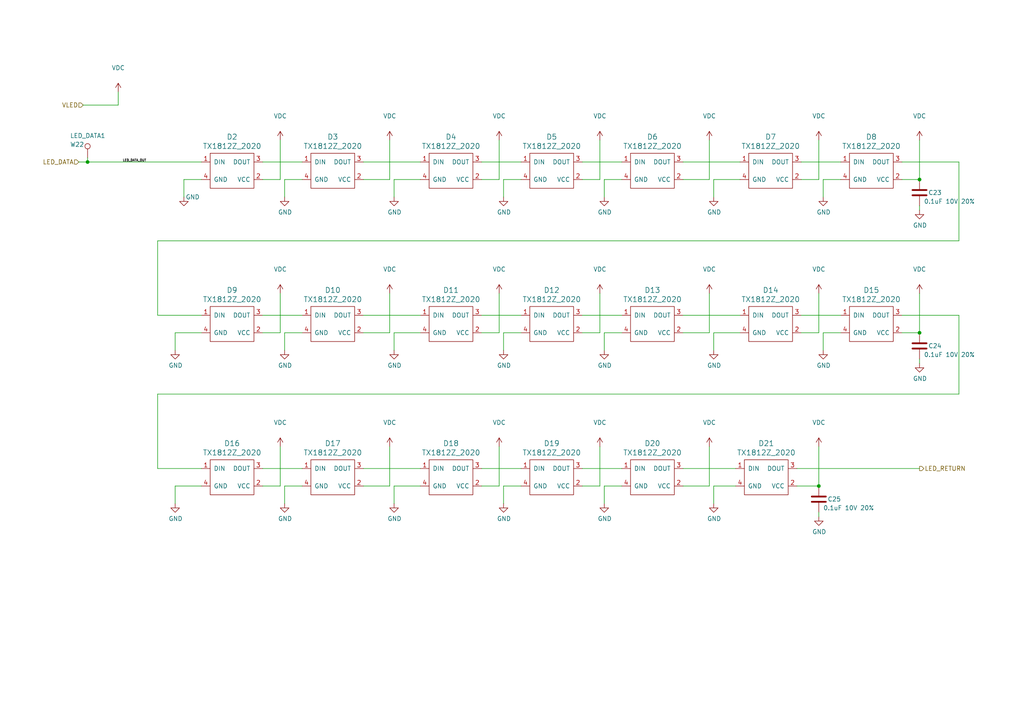
<source format=kicad_sch>
(kicad_sch (version 20231120) (generator "eeschema") (generator_version "8.0")
  (paper "A4")
  (title_block (title "Pixels D20 Schematic, Main") (date "2022-08-26") (rev "13") (company "Systemic Games, LLC") (comment 1 "LED Chain"))
  (lib_symbols
    (symbol "Device:C" (pin_numbers hide) (pin_names (offset 0.254))
      (property "Reference" "C" (at 0.635 2.54 0))
      (property "Value" "C" (at 0.635 -2.54 0))
      (symbol "C_0_1"
        (polyline (pts (xy -2.032 -0.762) (xy 2.032 -0.762)) (stroke (width 0.508)))
        (polyline (pts (xy -2.032 0.762) (xy 2.032 0.762)) (stroke (width 0.508)))
      )
      (symbol "C_1_1"
        (pin passive line (at 0 3.81 270) (length 2.794) (name "~") (number "1"))
        (pin passive line (at 0 -3.81 90) (length 2.794) (name "~") (number "2"))
      )
    )
    (symbol "Pixels-dice:TEST_1P-conn" (pin_numbers hide) (pin_names (offset 0.762) hide)
      (property "Reference" "W" (at 0 6.858 0))
      (property "Value" "TEST_1P-conn" (at 0 5.08 0))
      (symbol "TEST_1P-conn_0_1"
        (circle (center 0 3.302) (radius 0.762))
      )
      (symbol "TEST_1P-conn_1_1"
        (pin passive line (at 0 0 90) (length 2.54) (name "1") (number "1"))
      )
    )
    (symbol "Pixels-dice:TX1812Z_2020" (pin_names (offset 1.016))
      (property "Reference" "D" (at 0 -6.35 0))
      (property "Value" "TX1812Z_2020" (at 0 6.35 0))
      (symbol "TX1812Z_2020_0_1"
        (rectangle (start -6.35 5.08) (end 6.35 -5.08))
      )
      (symbol "TX1812Z_2020_1_1"
        (pin input line (at -8.89 2.54 0) (length 2.54) (name "DIN") (number "1"))
        (pin power_in line (at 8.89 -2.54 180) (length 2.54) (name "VCC") (number "2"))
        (pin output line (at 8.89 2.54 180) (length 2.54) (name "DOUT") (number "3"))
        (pin power_in line (at -8.89 -2.54 0) (length 2.54) (name "GND") (number "4"))
      )
    )
    (symbol "power:GND" (power) (pin_names (offset 0))
      (property "Value" "GND" (at 0 -3.81 0))
      (symbol "GND_0_1"
        (polyline (pts (xy 0 0) (xy 0 -1.27) (xy 1.27 -1.27) (xy 0 -2.54) (xy -1.27 -1.27) (xy 0 -1.27)))
      )
      (symbol "GND_1_1"
        (pin power_in line (at 0 0 270) (length 0) hide (name "GND") (number "1"))
      )
    )
    (symbol "power:VDC" (power) (pin_names (offset 0))
      (property "Value" "VDC" (at 0 6.35 0))
      (symbol "VDC_0_1"
        (polyline (pts (xy -0.762 1.27) (xy 0 2.54)))
        (polyline (pts (xy 0 0) (xy 0 2.54)))
        (polyline (pts (xy 0 2.54) (xy 0.762 1.27)))
      )
      (symbol "VDC_1_1"
        (pin power_in line (at 0 0 90) (length 0) hide (name "VDC") (number "1"))
      )
    )
  )
  (junction (at 25.4 46.99))
  (junction (at 266.7 96.52))
  (junction (at 237.49 140.97))
  (junction (at 266.7 52.07))
  (wire (pts (xy 76.2 135.89) (xy 87.63 135.89)))
  (wire (pts (xy 76.2 91.44) (xy 87.63 91.44)))
  (wire (pts (xy 105.41 52.07) (xy 113.03 52.07)))
  (wire (pts (xy 278.13 69.85) (xy 45.72 69.85)))
  (wire (pts (xy 53.34 52.07) (xy 53.34 57.15)))
  (wire (pts (xy 207.01 52.07) (xy 207.01 57.15)))
  (wire (pts (xy 231.14 135.89) (xy 266.7 135.89)))
  (wire (pts (xy 278.13 46.99) (xy 278.13 69.85)))
  (wire (pts (xy 81.28 85.09) (xy 81.28 96.52)))
  (wire (pts (xy 175.26 52.07) (xy 175.26 57.15)))
  (wire (pts (xy 261.62 96.52) (xy 266.7 96.52)))
  (wire (pts (xy 266.7 59.69) (xy 266.7 60.96)))
  (wire (pts (xy 114.3 140.97) (xy 114.3 146.05)))
  (wire (pts (xy 205.74 40.64) (xy 205.74 52.07)))
  (wire (pts (xy 238.76 57.15) (xy 238.76 52.07)))
  (wire (pts (xy 266.7 85.09) (xy 266.7 96.52)))
  (wire (pts (xy 175.26 96.52) (xy 175.26 101.6)))
  (wire (pts (xy 168.91 52.07) (xy 173.99 52.07)))
  (wire (pts (xy 232.41 52.07) (xy 237.49 52.07)))
  (wire (pts (xy 278.13 91.44) (xy 278.13 114.3)))
  (wire (pts (xy 114.3 52.07) (xy 114.3 57.15)))
  (wire (pts (xy 173.99 129.54) (xy 173.99 140.97)))
  (wire (pts (xy 175.26 96.52) (xy 180.34 96.52)))
  (wire (pts (xy 81.28 129.54) (xy 81.28 140.97)))
  (wire (pts (xy 76.2 140.97) (xy 81.28 140.97)))
  (wire (pts (xy 237.49 148.59) (xy 237.49 149.86)))
  (wire (pts (xy 146.05 140.97) (xy 151.13 140.97)))
  (wire (pts (xy 198.12 52.07) (xy 205.74 52.07)))
  (wire (pts (xy 266.7 104.14) (xy 266.7 105.41)))
  (wire (pts (xy 207.01 140.97) (xy 207.01 146.05)))
  (wire (pts (xy 114.3 96.52) (xy 121.92 96.52)))
  (wire (pts (xy 139.7 135.89) (xy 151.13 135.89)))
  (wire (pts (xy 232.41 91.44) (xy 243.84 91.44)))
  (wire (pts (xy 25.4 45.72) (xy 25.4 46.99)))
  (wire (pts (xy 146.05 96.52) (xy 151.13 96.52)))
  (wire (pts (xy 105.41 140.97) (xy 113.03 140.97)))
  (wire (pts (xy 168.91 91.44) (xy 180.34 91.44)))
  (wire (pts (xy 76.2 46.99) (xy 87.63 46.99)))
  (wire (pts (xy 207.01 96.52) (xy 214.63 96.52)))
  (wire (pts (xy 232.41 46.99) (xy 243.84 46.99)))
  (wire (pts (xy 205.74 129.54) (xy 205.74 140.97)))
  (wire (pts (xy 113.03 129.54) (xy 113.03 140.97)))
  (wire (pts (xy 237.49 129.54) (xy 237.49 140.97)))
  (wire (pts (xy 50.8 96.52) (xy 58.42 96.52)))
  (wire (pts (xy 82.55 146.05) (xy 82.55 140.97)))
  (wire (pts (xy 53.34 52.07) (xy 58.42 52.07)))
  (wire (pts (xy 45.72 69.85) (xy 45.72 91.44)))
  (wire (pts (xy 237.49 85.09) (xy 237.49 96.52)))
  (wire (pts (xy 232.41 96.52) (xy 237.49 96.52)))
  (wire (pts (xy 198.12 91.44) (xy 214.63 91.44)))
  (wire (pts (xy 207.01 140.97) (xy 213.36 140.97)))
  (wire (pts (xy 34.29 30.48) (xy 34.29 26.67)))
  (wire (pts (xy 114.3 140.97) (xy 121.92 140.97)))
  (wire (pts (xy 45.72 114.3) (xy 45.72 135.89)))
  (wire (pts (xy 105.41 91.44) (xy 121.92 91.44)))
  (wire (pts (xy 198.12 46.99) (xy 214.63 46.99)))
  (wire (pts (xy 139.7 96.52) (xy 144.78 96.52)))
  (wire (pts (xy 50.8 140.97) (xy 50.8 146.05)))
  (wire (pts (xy 139.7 52.07) (xy 144.78 52.07)))
  (wire (pts (xy 266.7 40.64) (xy 266.7 52.07)))
  (wire (pts (xy 198.12 135.89) (xy 213.36 135.89)))
  (wire (pts (xy 82.55 140.97) (xy 87.63 140.97)))
  (wire (pts (xy 114.3 96.52) (xy 114.3 101.6)))
  (wire (pts (xy 25.4 46.99) (xy 58.42 46.99)))
  (wire (pts (xy 105.41 96.52) (xy 113.03 96.52)))
  (wire (pts (xy 231.14 140.97) (xy 237.49 140.97)))
  (wire (pts (xy 146.05 57.15) (xy 146.05 52.07)))
  (wire (pts (xy 168.91 96.52) (xy 173.99 96.52)))
  (wire (pts (xy 113.03 40.64) (xy 113.03 52.07)))
  (wire (pts (xy 144.78 40.64) (xy 144.78 52.07)))
  (wire (pts (xy 261.62 52.07) (xy 266.7 52.07)))
  (wire (pts (xy 139.7 46.99) (xy 151.13 46.99)))
  (wire (pts (xy 82.55 52.07) (xy 87.63 52.07)))
  (wire (pts (xy 175.26 140.97) (xy 175.26 146.05)))
  (wire (pts (xy 207.01 96.52) (xy 207.01 101.6)))
  (wire (pts (xy 238.76 96.52) (xy 243.84 96.52)))
  (wire (pts (xy 105.41 46.99) (xy 121.92 46.99)))
  (wire (pts (xy 261.62 91.44) (xy 278.13 91.44)))
  (wire (pts (xy 105.41 135.89) (xy 121.92 135.89)))
  (wire (pts (xy 205.74 85.09) (xy 205.74 96.52)))
  (wire (pts (xy 114.3 52.07) (xy 121.92 52.07)))
  (wire (pts (xy 50.8 140.97) (xy 58.42 140.97)))
  (wire (pts (xy 238.76 101.6) (xy 238.76 96.52)))
  (wire (pts (xy 139.7 91.44) (xy 151.13 91.44)))
  (wire (pts (xy 45.72 91.44) (xy 58.42 91.44)))
  (wire (pts (xy 175.26 52.07) (xy 180.34 52.07)))
  (wire (pts (xy 146.05 52.07) (xy 151.13 52.07)))
  (wire (pts (xy 173.99 85.09) (xy 173.99 96.52)))
  (wire (pts (xy 168.91 46.99) (xy 180.34 46.99)))
  (wire (pts (xy 22.86 46.99) (xy 25.4 46.99)))
  (wire (pts (xy 76.2 52.07) (xy 81.28 52.07)))
  (wire (pts (xy 237.49 40.64) (xy 237.49 52.07)))
  (wire (pts (xy 113.03 85.09) (xy 113.03 96.52)))
  (wire (pts (xy 173.99 40.64) (xy 173.99 52.07)))
  (wire (pts (xy 261.62 46.99) (xy 278.13 46.99)))
  (wire (pts (xy 45.72 135.89) (xy 58.42 135.89)))
  (wire (pts (xy 198.12 96.52) (xy 205.74 96.52)))
  (wire (pts (xy 81.28 40.64) (xy 81.28 52.07)))
  (wire (pts (xy 82.55 101.6) (xy 82.55 96.52)))
  (wire (pts (xy 207.01 52.07) (xy 214.63 52.07)))
  (wire (pts (xy 146.05 101.6) (xy 146.05 96.52)))
  (wire (pts (xy 24.13 30.48) (xy 34.29 30.48)))
  (wire (pts (xy 175.26 140.97) (xy 180.34 140.97)))
  (wire (pts (xy 168.91 135.89) (xy 180.34 135.89)))
  (wire (pts (xy 146.05 146.05) (xy 146.05 140.97)))
  (wire (pts (xy 82.55 57.15) (xy 82.55 52.07)))
  (wire (pts (xy 82.55 96.52) (xy 87.63 96.52)))
  (wire (pts (xy 168.91 140.97) (xy 173.99 140.97)))
  (wire (pts (xy 144.78 129.54) (xy 144.78 140.97)))
  (wire (pts (xy 139.7 140.97) (xy 144.78 140.97)))
  (wire (pts (xy 238.76 52.07) (xy 243.84 52.07)))
  (wire (pts (xy 198.12 140.97) (xy 205.74 140.97)))
  (wire (pts (xy 76.2 96.52) (xy 81.28 96.52)))
  (wire (pts (xy 50.8 96.52) (xy 50.8 101.6)))
  (wire (pts (xy 144.78 85.09) (xy 144.78 96.52)))
  (wire (pts (xy 278.13 114.3) (xy 45.72 114.3)))
  (label "LED_DATA_OUT" (at 35.56 46.99 0) (effects (font (size 0.635 0.635))))
  (hierarchical_label "LED_DATA" (shape input) (at 22.86 46.99 180))
  (hierarchical_label "VLED" (shape input) (at 24.13 30.48 180))
  (hierarchical_label "LED_RETURN" (shape output) (at 266.7 135.89 0))
  (symbol (lib_id "Pixels-dice:TEST_1P-conn") (at 25.4 45.72 0) (unit 1) (in_bom no)
    (property "Reference" "W22" (at 20.32 41.91 0) (effects (justify left)))
    (property "Value" "LED_DATA1" (at 20.32 39.37 0) (effects (justify left)))
    (property "Footprint" "Pixels-dice:TEST_PIN" (effects (hide yes)))
    (property "Generic OK" "N/A" (effects (hide yes)))
  )
  (symbol (lib_id "power:VDC") (at 34.29 26.67 0) (unit 1)
    (property "Reference" "#PWR0102" (effects (hide yes)))
    (property "Value" "VDC" (at 34.29 19.685 0))
  )
  (symbol (lib_id "power:VDC") (at 81.28 40.64 0) (unit 1)
    (property "Reference" "#PWR0103" (effects (hide yes)))
    (property "Value" "VDC" (at 81.28 33.655 0))
  )
  (symbol (lib_id "power:VDC") (at 113.03 40.64 0) (unit 1)
    (property "Reference" "#PWR0104" (effects (hide yes)))
    (property "Value" "VDC" (at 113.03 33.655 0))
  )
  (symbol (lib_id "power:GND") (at 53.34 57.15 0) (unit 1)
    (property "Reference" "#PWR0105" (effects (hide yes)))
    (property "Value" "GND" (at 55.88 57.15 0))
  )
  (symbol (lib_id "power:GND") (at 82.55 57.15 0) (unit 1)
    (property "Reference" "#PWR0106" (effects (hide yes)))
    (property "Value" "GND" (at 82.677 61.5442 0))
  )
  (symbol (lib_id "power:VDC") (at 144.78 40.64 0) (unit 1)
    (property "Reference" "#PWR0107" (effects (hide yes)))
    (property "Value" "VDC" (at 144.78 33.655 0))
  )
  (symbol (lib_id "power:VDC") (at 173.99 40.64 0) (unit 1)
    (property "Reference" "#PWR0108" (effects (hide yes)))
    (property "Value" "VDC" (at 173.99 33.655 0))
  )
  (symbol (lib_id "power:GND") (at 114.3 57.15 0) (unit 1)
    (property "Reference" "#PWR0109" (effects (hide yes)))
    (property "Value" "GND" (at 114.427 61.5442 0))
  )
  (symbol (lib_id "power:GND") (at 146.05 57.15 0) (unit 1)
    (property "Reference" "#PWR0110" (effects (hide yes)))
    (property "Value" "GND" (at 146.177 61.5442 0))
  )
  (symbol (lib_id "power:VDC") (at 205.74 40.64 0) (unit 1)
    (property "Reference" "#PWR0111" (effects (hide yes)))
    (property "Value" "VDC" (at 205.74 33.655 0))
  )
  (symbol (lib_id "power:VDC") (at 237.49 40.64 0) (unit 1)
    (property "Reference" "#PWR0112" (effects (hide yes)))
    (property "Value" "VDC" (at 237.49 33.655 0))
  )
  (symbol (lib_id "power:VDC") (at 266.7 40.64 0) (unit 1)
    (property "Reference" "#PWR0113" (effects (hide yes)))
    (property "Value" "VDC" (at 266.7 33.655 0))
  )
  (symbol (lib_id "power:GND") (at 207.01 57.15 0) (unit 1)
    (property "Reference" "#PWR0114" (effects (hide yes)))
    (property "Value" "GND" (at 207.137 61.5442 0))
  )
  (symbol (lib_id "power:GND") (at 238.76 57.15 0) (unit 1)
    (property "Reference" "#PWR0115" (effects (hide yes)))
    (property "Value" "GND" (at 238.887 61.5442 0))
  )
  (symbol (lib_id "power:GND") (at 175.26 57.15 0) (unit 1)
    (property "Reference" "#PWR0116" (effects (hide yes)))
    (property "Value" "GND" (at 175.387 61.5442 0))
  )
  (symbol (lib_id "power:VDC") (at 81.28 85.09 0) (unit 1)
    (property "Reference" "#PWR0117" (effects (hide yes)))
    (property "Value" "VDC" (at 81.28 78.105 0))
  )
  (symbol (lib_id "power:VDC") (at 113.03 85.09 0) (unit 1)
    (property "Reference" "#PWR0118" (effects (hide yes)))
    (property "Value" "VDC" (at 113.03 78.105 0))
  )
  (symbol (lib_id "power:GND") (at 50.8 101.6 0) (unit 1)
    (property "Reference" "#PWR0119" (effects (hide yes)))
    (property "Value" "GND" (at 50.927 105.9942 0))
  )
  (symbol (lib_id "power:GND") (at 82.55 101.6 0) (unit 1)
    (property "Reference" "#PWR0120" (effects (hide yes)))
    (property "Value" "GND" (at 82.677 105.9942 0))
  )
  (symbol (lib_id "power:VDC") (at 144.78 85.09 0) (unit 1)
    (property "Reference" "#PWR019" (effects (hide yes)))
    (property "Value" "VDC" (at 144.78 78.105 0))
  )
  (symbol (lib_id "power:VDC") (at 173.99 85.09 0) (unit 1)
    (property "Reference" "#PWR0121" (effects (hide yes)))
    (property "Value" "VDC" (at 173.99 78.105 0))
  )
  (symbol (lib_id "power:GND") (at 114.3 101.6 0) (unit 1)
    (property "Reference" "#PWR0122" (effects (hide yes)))
    (property "Value" "GND" (at 114.427 105.9942 0))
  )
  (symbol (lib_id "power:GND") (at 146.05 101.6 0) (unit 1)
    (property "Reference" "#PWR0123" (effects (hide yes)))
    (property "Value" "GND" (at 146.177 105.9942 0))
  )
  (symbol (lib_id "power:VDC") (at 205.74 85.09 0) (unit 1)
    (property "Reference" "#PWR0124" (effects (hide yes)))
    (property "Value" "VDC" (at 205.74 78.105 0))
  )
  (symbol (lib_id "power:VDC") (at 237.49 85.09 0) (unit 1)
    (property "Reference" "#PWR0125" (effects (hide yes)))
    (property "Value" "VDC" (at 237.49 78.105 0))
  )
  (symbol (lib_id "power:VDC") (at 266.7 85.09 0) (unit 1)
    (property "Reference" "#PWR0126" (effects (hide yes)))
    (property "Value" "VDC" (at 266.7 78.105 0))
  )
  (symbol (lib_id "power:GND") (at 207.01 101.6 0) (unit 1)
    (property "Reference" "#PWR0127" (effects (hide yes)))
    (property "Value" "GND" (at 207.137 105.9942 0))
  )
  (symbol (lib_id "power:GND") (at 238.76 101.6 0) (unit 1)
    (property "Reference" "#PWR0128" (effects (hide yes)))
    (property "Value" "GND" (at 238.887 105.9942 0))
  )
  (symbol (lib_id "power:GND") (at 175.26 101.6 0) (unit 1)
    (property "Reference" "#PWR0129" (effects (hide yes)))
    (property "Value" "GND" (at 175.387 105.9942 0))
  )
  (symbol (lib_id "power:VDC") (at 81.28 129.54 0) (unit 1)
    (property "Reference" "#PWR0130" (effects (hide yes)))
    (property "Value" "VDC" (at 81.28 122.555 0))
  )
  (symbol (lib_id "power:VDC") (at 113.03 129.54 0) (unit 1)
    (property "Reference" "#PWR0131" (effects (hide yes)))
    (property "Value" "VDC" (at 113.03 122.555 0))
  )
  (symbol (lib_id "power:GND") (at 50.8 146.05 0) (unit 1)
    (property "Reference" "#PWR0132" (effects (hide yes)))
    (property "Value" "GND" (at 50.927 150.4442 0))
  )
  (symbol (lib_id "power:GND") (at 82.55 146.05 0) (unit 1)
    (property "Reference" "#PWR0133" (effects (hide yes)))
    (property "Value" "GND" (at 82.677 150.4442 0))
  )
  (symbol (lib_id "power:VDC") (at 144.78 129.54 0) (unit 1)
    (property "Reference" "#PWR0134" (effects (hide yes)))
    (property "Value" "VDC" (at 144.78 122.555 0))
  )
  (symbol (lib_id "power:VDC") (at 173.99 129.54 0) (unit 1)
    (property "Reference" "#PWR0135" (effects (hide yes)))
    (property "Value" "VDC" (at 173.99 122.555 0))
  )
  (symbol (lib_id "power:GND") (at 114.3 146.05 0) (unit 1)
    (property "Reference" "#PWR0136" (effects (hide yes)))
    (property "Value" "GND" (at 114.427 150.4442 0))
  )
  (symbol (lib_id "power:GND") (at 146.05 146.05 0) (unit 1)
    (property "Reference" "#PWR0137" (effects (hide yes)))
    (property "Value" "GND" (at 146.177 150.4442 0))
  )
  (symbol (lib_id "power:VDC") (at 205.74 129.54 0) (unit 1)
    (property "Reference" "#PWR0138" (effects (hide yes)))
    (property "Value" "VDC" (at 205.74 122.555 0))
  )
  (symbol (lib_id "power:VDC") (at 237.49 129.54 0) (unit 1)
    (property "Reference" "#PWR0139" (effects (hide yes)))
    (property "Value" "VDC" (at 237.49 122.555 0))
  )
  (symbol (lib_id "power:GND") (at 207.01 146.05 0) (unit 1)
    (property "Reference" "#PWR043" (effects (hide yes)))
    (property "Value" "GND" (at 207.137 150.4442 0))
  )
  (symbol (lib_id "power:GND") (at 175.26 146.05 0) (unit 1)
    (property "Reference" "#PWR042" (effects (hide yes)))
    (property "Value" "GND" (at 175.387 150.4442 0))
  )
  (symbol (lib_id "Device:C") (at 266.7 55.88 0) (unit 1)
    (property "Reference" "C23" (at 269.24 55.88 0) (effects (justify left)))
    (property "Value" "0.1uF 10V 20%" (at 267.97 58.42 0) (effects (justify left)))
    (property "Footprint" "Pixels-dice:C_0402_1005Metric" (effects (hide yes)))
    (property "Generic OK" "YES" (effects (hide yes)))
    (property "Pixels Part Number" "SMD-C005" (effects (hide yes)))
    (property "Manufacturer" "Murata" (effects (hide yes)))
    (property "Manufacturer Part Number" "GRM155R61H104KE19D" (effects (hide yes)))
  )
  (symbol (lib_id "power:GND") (at 266.7 60.96 0) (unit 1)
    (property "Reference" "#PWR0140" (effects (hide yes)))
    (property "Value" "GND" (at 266.827 65.3542 0))
  )
  (symbol (lib_id "Device:C") (at 266.7 100.33 0) (unit 1)
    (property "Reference" "C24" (at 269.24 100.33 0) (effects (justify left)))
    (property "Value" "0.1uF 10V 20%" (at 267.97 102.87 0) (effects (justify left)))
    (property "Footprint" "Pixels-dice:C_0402_1005Metric" (effects (hide yes)))
    (property "Generic OK" "YES" (effects (hide yes)))
    (property "Pixels Part Number" "SMD-C005" (effects (hide yes)))
    (property "Manufacturer" "Murata" (effects (hide yes)))
    (property "Manufacturer Part Number" "GRM155R61H104KE19D" (effects (hide yes)))
  )
  (symbol (lib_id "power:GND") (at 266.7 105.41 0) (unit 1)
    (property "Reference" "#PWR0141" (effects (hide yes)))
    (property "Value" "GND" (at 266.827 109.8042 0))
  )
  (symbol (lib_id "Device:C") (at 237.49 144.78 0) (unit 1)
    (property "Reference" "C25" (at 240.03 144.78 0) (effects (justify left)))
    (property "Value" "0.1uF 10V 20%" (at 238.76 147.32 0) (effects (justify left)))
    (property "Footprint" "Pixels-dice:C_0402_1005Metric" (effects (hide yes)))
    (property "Generic OK" "YES" (effects (hide yes)))
    (property "Pixels Part Number" "SMD-C005" (effects (hide yes)))
    (property "Manufacturer" "Murata" (effects (hide yes)))
    (property "Manufacturer Part Number" "GRM155R61H104KE19D" (effects (hide yes)))
  )
  (symbol (lib_id "power:GND") (at 237.49 149.86 0) (unit 1)
    (property "Reference" "#PWR044" (effects (hide yes)))
    (property "Value" "GND" (at 237.617 154.2542 0))
  )
  (symbol (lib_id "Pixels-dice:TX1812Z_2020") (at 67.31 49.53 0) (unit 1)
    (property "Reference" "D2" (at 67.31 39.7002 0) (effects (font (size 1.524 1.524))))
    (property "Value" "TX1812Z_2020" (at 67.31 42.3926 0) (effects (font (size 1.524 1.524))))
    (property "Footprint" "Pixels-dice:TX1812Z_2020" (effects (hide yes)))
    (property "Manufacturer" "TCWIN" (effects (hide yes)))
    (property "Manufacturer Part Number" "TX1812Z 2020" (effects (hide yes)))
    (property "Pixels Part Number" "SMD-D002-ALT2" (effects (hide yes)))
    (property "Generic OK" "NO" (effects (hide yes)))
  )
  (symbol (lib_id "Pixels-dice:TX1812Z_2020") (at 96.52 49.53 0) (unit 1)
    (property "Reference" "D3" (at 96.52 39.7002 0) (effects (font (size 1.524 1.524))))
    (property "Value" "TX1812Z_2020" (at 96.52 42.3926 0) (effects (font (size 1.524 1.524))))
    (property "Footprint" "Pixels-dice:TX1812Z_2020" (effects (hide yes)))
    (property "Manufacturer" "TCWIN" (effects (hide yes)))
    (property "Manufacturer Part Number" "TX1812Z 2020" (effects (hide yes)))
    (property "Pixels Part Number" "SMD-D002-ALT2" (effects (hide yes)))
    (property "Generic OK" "NO" (effects (hide yes)))
  )
  (symbol (lib_id "Pixels-dice:TX1812Z_2020") (at 130.81 49.53 0) (unit 1)
    (property "Reference" "D4" (at 130.81 39.7002 0) (effects (font (size 1.524 1.524))))
    (property "Value" "TX1812Z_2020" (at 130.81 42.3926 0) (effects (font (size 1.524 1.524))))
    (property "Footprint" "Pixels-dice:TX1812Z_2020" (effects (hide yes)))
    (property "Manufacturer" "TCWIN" (effects (hide yes)))
    (property "Manufacturer Part Number" "TX1812Z 2020" (effects (hide yes)))
    (property "Pixels Part Number" "SMD-D002-ALT2" (effects (hide yes)))
    (property "Generic OK" "NO" (effects (hide yes)))
  )
  (symbol (lib_id "Pixels-dice:TX1812Z_2020") (at 160.02 49.53 0) (unit 1)
    (property "Reference" "D5" (at 160.02 39.7002 0) (effects (font (size 1.524 1.524))))
    (property "Value" "TX1812Z_2020" (at 160.02 42.3926 0) (effects (font (size 1.524 1.524))))
    (property "Footprint" "Pixels-dice:TX1812Z_2020" (effects (hide yes)))
    (property "Manufacturer" "TCWIN" (effects (hide yes)))
    (property "Manufacturer Part Number" "TX1812Z 2020" (effects (hide yes)))
    (property "Pixels Part Number" "SMD-D002-ALT2" (effects (hide yes)))
    (property "Generic OK" "NO" (effects (hide yes)))
  )
  (symbol (lib_id "Pixels-dice:TX1812Z_2020") (at 189.23 49.53 0) (unit 1)
    (property "Reference" "D6" (at 189.23 39.7002 0) (effects (font (size 1.524 1.524))))
    (property "Value" "TX1812Z_2020" (at 189.23 42.3926 0) (effects (font (size 1.524 1.524))))
    (property "Footprint" "Pixels-dice:TX1812Z_2020" (effects (hide yes)))
    (property "Manufacturer" "TCWIN" (effects (hide yes)))
    (property "Manufacturer Part Number" "TX1812Z 2020" (effects (hide yes)))
    (property "Pixels Part Number" "SMD-D002-ALT2" (effects (hide yes)))
    (property "Generic OK" "NO" (effects (hide yes)))
  )
  (symbol (lib_id "Pixels-dice:TX1812Z_2020") (at 223.52 49.53 0) (unit 1)
    (property "Reference" "D7" (at 223.52 39.7002 0) (effects (font (size 1.524 1.524))))
    (property "Value" "TX1812Z_2020" (at 223.52 42.3926 0) (effects (font (size 1.524 1.524))))
    (property "Footprint" "Pixels-dice:TX1812Z_2020" (effects (hide yes)))
    (property "Manufacturer" "TCWIN" (effects (hide yes)))
    (property "Manufacturer Part Number" "TX1812Z 2020" (effects (hide yes)))
    (property "Pixels Part Number" "SMD-D002-ALT2" (effects (hide yes)))
    (property "Generic OK" "NO" (effects (hide yes)))
  )
  (symbol (lib_id "Pixels-dice:TX1812Z_2020") (at 252.73 49.53 0) (unit 1)
    (property "Reference" "D8" (at 252.73 39.7002 0) (effects (font (size 1.524 1.524))))
    (property "Value" "TX1812Z_2020" (at 252.73 42.3926 0) (effects (font (size 1.524 1.524))))
    (property "Footprint" "Pixels-dice:TX1812Z_2020" (effects (hide yes)))
    (property "Manufacturer" "TCWIN" (effects (hide yes)))
    (property "Manufacturer Part Number" "TX1812Z 2020" (effects (hide yes)))
    (property "Pixels Part Number" "SMD-D002-ALT2" (effects (hide yes)))
    (property "Generic OK" "NO" (effects (hide yes)))
  )
  (symbol (lib_id "Pixels-dice:TX1812Z_2020") (at 67.31 93.98 0) (unit 1)
    (property "Reference" "D9" (at 67.31 84.1502 0) (effects (font (size 1.524 1.524))))
    (property "Value" "TX1812Z_2020" (at 67.31 86.8426 0) (effects (font (size 1.524 1.524))))
    (property "Footprint" "Pixels-dice:TX1812Z_2020" (effects (hide yes)))
    (property "Manufacturer" "TCWIN" (effects (hide yes)))
    (property "Manufacturer Part Number" "TX1812Z 2020" (effects (hide yes)))
    (property "Pixels Part Number" "SMD-D002-ALT2" (effects (hide yes)))
    (property "Generic OK" "NO" (effects (hide yes)))
  )
  (symbol (lib_id "Pixels-dice:TX1812Z_2020") (at 96.52 93.98 0) (unit 1)
    (property "Reference" "D10" (at 96.52 84.1502 0) (effects (font (size 1.524 1.524))))
    (property "Value" "TX1812Z_2020" (at 96.52 86.8426 0) (effects (font (size 1.524 1.524))))
    (property "Footprint" "Pixels-dice:TX1812Z_2020" (effects (hide yes)))
    (property "Manufacturer" "TCWIN" (effects (hide yes)))
    (property "Manufacturer Part Number" "TX1812Z 2020" (effects (hide yes)))
    (property "Pixels Part Number" "SMD-D002-ALT2" (effects (hide yes)))
    (property "Generic OK" "NO" (effects (hide yes)))
  )
  (symbol (lib_id "Pixels-dice:TX1812Z_2020") (at 130.81 93.98 0) (unit 1)
    (property "Reference" "D11" (at 130.81 84.1502 0) (effects (font (size 1.524 1.524))))
    (property "Value" "TX1812Z_2020" (at 130.81 86.8426 0) (effects (font (size 1.524 1.524))))
    (property "Footprint" "Pixels-dice:TX1812Z_2020" (effects (hide yes)))
    (property "Manufacturer" "TCWIN" (effects (hide yes)))
    (property "Manufacturer Part Number" "TX1812Z 2020" (effects (hide yes)))
    (property "Pixels Part Number" "SMD-D002-ALT2" (effects (hide yes)))
    (property "Generic OK" "NO" (effects (hide yes)))
  )
  (symbol (lib_id "Pixels-dice:TX1812Z_2020") (at 160.02 93.98 0) (unit 1)
    (property "Reference" "D12" (at 160.02 84.1502 0) (effects (font (size 1.524 1.524))))
    (property "Value" "TX1812Z_2020" (at 160.02 86.8426 0) (effects (font (size 1.524 1.524))))
    (property "Footprint" "Pixels-dice:TX1812Z_2020" (effects (hide yes)))
    (property "Manufacturer" "TCWIN" (effects (hide yes)))
    (property "Manufacturer Part Number" "TX1812Z 2020" (effects (hide yes)))
    (property "Pixels Part Number" "SMD-D002-ALT2" (effects (hide yes)))
    (property "Generic OK" "NO" (effects (hide yes)))
  )
  (symbol (lib_id "Pixels-dice:TX1812Z_2020") (at 189.23 93.98 0) (unit 1)
    (property "Reference" "D13" (at 189.23 84.1502 0) (effects (font (size 1.524 1.524))))
    (property "Value" "TX1812Z_2020" (at 189.23 86.8426 0) (effects (font (size 1.524 1.524))))
    (property "Footprint" "Pixels-dice:TX1812Z_2020" (effects (hide yes)))
    (property "Manufacturer" "TCWIN" (effects (hide yes)))
    (property "Manufacturer Part Number" "TX1812Z 2020" (effects (hide yes)))
    (property "Pixels Part Number" "SMD-D002-ALT2" (effects (hide yes)))
    (property "Generic OK" "NO" (effects (hide yes)))
  )
  (symbol (lib_id "Pixels-dice:TX1812Z_2020") (at 223.52 93.98 0) (unit 1)
    (property "Reference" "D14" (at 223.52 84.1502 0) (effects (font (size 1.524 1.524))))
    (property "Value" "TX1812Z_2020" (at 223.52 86.8426 0) (effects (font (size 1.524 1.524))))
    (property "Footprint" "Pixels-dice:TX1812Z_2020" (effects (hide yes)))
    (property "Manufacturer" "TCWIN" (effects (hide yes)))
    (property "Manufacturer Part Number" "TX1812Z 2020" (effects (hide yes)))
    (property "Pixels Part Number" "SMD-D002-ALT2" (effects (hide yes)))
    (property "Generic OK" "NO" (effects (hide yes)))
  )
  (symbol (lib_id "Pixels-dice:TX1812Z_2020") (at 252.73 93.98 0) (unit 1)
    (property "Reference" "D15" (at 252.73 84.1502 0) (effects (font (size 1.524 1.524))))
    (property "Value" "TX1812Z_2020" (at 252.73 86.8426 0) (effects (font (size 1.524 1.524))))
    (property "Footprint" "Pixels-dice:TX1812Z_2020" (effects (hide yes)))
    (property "Manufacturer" "TCWIN" (effects (hide yes)))
    (property "Manufacturer Part Number" "TX1812Z 2020" (effects (hide yes)))
    (property "Pixels Part Number" "SMD-D002-ALT2" (effects (hide yes)))
    (property "Generic OK" "NO" (effects (hide yes)))
  )
  (symbol (lib_id "Pixels-dice:TX1812Z_2020") (at 67.31 138.43 0) (unit 1)
    (property "Reference" "D16" (at 67.31 128.6002 0) (effects (font (size 1.524 1.524))))
    (property "Value" "TX1812Z_2020" (at 67.31 131.2926 0) (effects (font (size 1.524 1.524))))
    (property "Footprint" "Pixels-dice:TX1812Z_2020" (effects (hide yes)))
    (property "Manufacturer" "TCWIN" (effects (hide yes)))
    (property "Manufacturer Part Number" "TX1812Z 2020" (effects (hide yes)))
    (property "Pixels Part Number" "SMD-D002-ALT2" (effects (hide yes)))
    (property "Generic OK" "NO" (effects (hide yes)))
  )
  (symbol (lib_id "Pixels-dice:TX1812Z_2020") (at 96.52 138.43 0) (unit 1)
    (property "Reference" "D17" (at 96.52 128.6002 0) (effects (font (size 1.524 1.524))))
    (property "Value" "TX1812Z_2020" (at 96.52 131.2926 0) (effects (font (size 1.524 1.524))))
    (property "Footprint" "Pixels-dice:TX1812Z_2020" (effects (hide yes)))
    (property "Manufacturer" "TCWIN" (effects (hide yes)))
    (property "Manufacturer Part Number" "TX1812Z 2020" (effects (hide yes)))
    (property "Pixels Part Number" "SMD-D002-ALT2" (effects (hide yes)))
    (property "Generic OK" "NO" (effects (hide yes)))
  )
  (symbol (lib_id "Pixels-dice:TX1812Z_2020") (at 130.81 138.43 0) (unit 1)
    (property "Reference" "D18" (at 130.81 128.6002 0) (effects (font (size 1.524 1.524))))
    (property "Value" "TX1812Z_2020" (at 130.81 131.2926 0) (effects (font (size 1.524 1.524))))
    (property "Footprint" "Pixels-dice:TX1812Z_2020" (effects (hide yes)))
    (property "Manufacturer" "TCWIN" (effects (hide yes)))
    (property "Manufacturer Part Number" "TX1812Z 2020" (effects (hide yes)))
    (property "Pixels Part Number" "SMD-D002-ALT2" (effects (hide yes)))
    (property "Generic OK" "NO" (effects (hide yes)))
  )
  (symbol (lib_id "Pixels-dice:TX1812Z_2020") (at 160.02 138.43 0) (unit 1)
    (property "Reference" "D19" (at 160.02 128.6002 0) (effects (font (size 1.524 1.524))))
    (property "Value" "TX1812Z_2020" (at 160.02 131.2926 0) (effects (font (size 1.524 1.524))))
    (property "Footprint" "Pixels-dice:TX1812Z_2020" (effects (hide yes)))
    (property "Manufacturer" "TCWIN" (effects (hide yes)))
    (property "Manufacturer Part Number" "TX1812Z 2020" (effects (hide yes)))
    (property "Pixels Part Number" "SMD-D002-ALT2" (effects (hide yes)))
    (property "Generic OK" "NO" (effects (hide yes)))
  )
  (symbol (lib_id "Pixels-dice:TX1812Z_2020") (at 189.23 138.43 0) (unit 1)
    (property "Reference" "D20" (at 189.23 128.6002 0) (effects (font (size 1.524 1.524))))
    (property "Value" "TX1812Z_2020" (at 189.23 131.2926 0) (effects (font (size 1.524 1.524))))
    (property "Footprint" "Pixels-dice:TX1812Z_2020" (effects (hide yes)))
    (property "Manufacturer" "TCWIN" (effects (hide yes)))
    (property "Manufacturer Part Number" "TX1812Z 2020" (effects (hide yes)))
    (property "Pixels Part Number" "SMD-D002-ALT2" (effects (hide yes)))
    (property "Generic OK" "NO" (effects (hide yes)))
  )
  (symbol (lib_id "Pixels-dice:TX1812Z_2020") (at 222.25 138.43 0) (unit 1)
    (property "Reference" "D21" (at 222.25 128.6002 0) (effects (font (size 1.524 1.524))))
    (property "Value" "TX1812Z_2020" (at 222.25 131.2926 0) (effects (font (size 1.524 1.524))))
    (property "Footprint" "Pixels-dice:TX1812Z_2020" (effects (hide yes)))
    (property "Manufacturer" "TCWIN" (effects (hide yes)))
    (property "Manufacturer Part Number" "TX1812Z 2020" (effects (hide yes)))
    (property "Pixels Part Number" "SMD-D002-ALT2" (effects (hide yes)))
    (property "Generic OK" "NO" (effects (hide yes)))
  )
)
</source>
